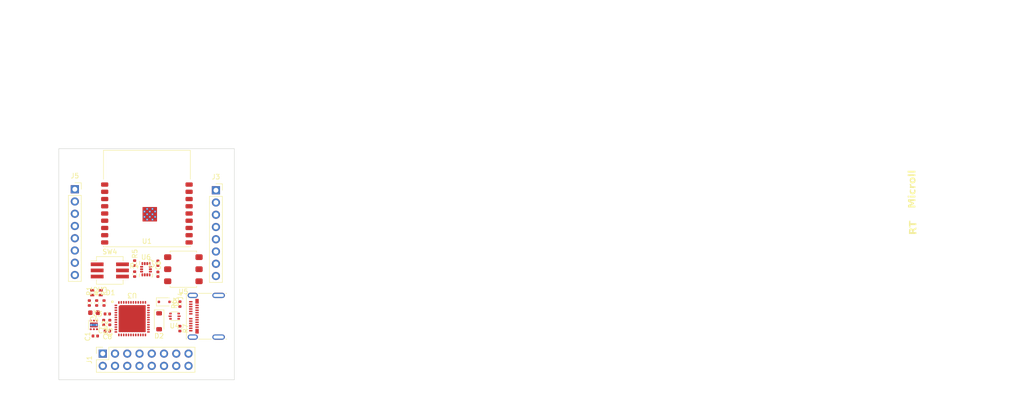
<source format=kicad_pcb>
(kicad_pcb (version 20240108) (generator "pcbnew") (generator_version "8.0")
  (layers (0 "F.Cu" signal) (31 "B.Cu" signal) (34 "B.Paste" user) (35 "F.Paste" user) (36 "B.SilkS" user "B.Silkscreen") (37 "F.SilkS" user "F.Silkscreen") (38 "B.Mask" user) (39 "F.Mask" user) (44 "Edge.Cuts" user))
  (net 0 "")
  (net 1 "GND")
  (net 2 "+5V")
  (net 3 "/D-")
  (net 4 "/D+")
  (net 5 "SDA")
  (net 6 "SCL")
  (net 7 "+3.3V")
  (net 8 "/RESET")
  (net 9 "Net-(D1-RK)")
  (net 10 "Net-(D1-GK)")
  (net 11 "Net-(D1-BK)")
  (net 12 "/5V_bus")
  (net 16 "/GPIO1")
  (net 17 "/GPIO2")
  (net 18 "Net-(J4-CC1)")
  (net 19 "/GPIO3")
  (net 20 "/Tx")
  (net 21 "/Rx")
  (net 22 "ESP32_USB-")
  (net 23 "ESP32_USB+")
  (net 24 "/GPIO7")
  (net 25 "/GPIO8")
  (net 26 "/GPIO0")
  (net 27 "/PB5")
  (net 28 "/Red")
  (net 29 "/ADC1_IN0")
  (net 30 "/ADC1_IN1")
  (net 31 "/PB4")
  (net 32 "/PB3")
  (net 33 "/DAC1_OUT1")
  (net 34 "SPI_SCK")
  (net 35 "SPI_MISO")
  (net 36 "SPI_MOSI")
  (net 37 "/PD3")
  (net 38 "/PA8")
  (net 39 "Net-(J4-CC2)")
  (net 40 "/GPIO6")
  (net 42 "/PB15")
  (net 43 "/PB14")
  (net 44 "/PB13")
  (net 46 "USART_TX")
  (net 48 "USART_RX")
  (net 49 "STM32_USB-")
  (net 50 "STM32_USB+")
  (net 52 "CAN_RX")
  (net 53 "CAN_TX")
  (net 61 "/USB-")
  (net 62 "/USB+")
  (net 67 "/Green")
  (net 68 "/Blue")
  (net 71 "/PA2")
  (net 72 "/PA3")
  (net 73 "/PB1")
  (net 74 "/PB0")
  (net 83 "/GPIO9")
  (net 85 "/BOOT")
  (net 89 "/EN")
  (footprint "Resistor_SMD:R_0402_1005Metric" (layer "F.Cu") (at 113.529 81.81 -90)
    (property "Reference" "R7" (at 0 -1.17 90) (layer "F.SilkS"))
    (property "Value" "5.1k")
    (fp_line (start -0.153641 0.38) (end 0.153641 0.38) (stroke (width 0.12)) (layer "F.SilkS"))
    (fp_line (start -0.153641 -0.38) (end 0.153641 -0.38) (stroke (width 0.12)) (layer "F.SilkS"))
    (pad "1" smd roundrect (at -0.51 0 270) (size 0.54 0.64) (layers "F.Cu" "F.Paste" "F.Mask") (net 18 "Net-(J4-CC1)"))
    (pad "2" smd roundrect (at 0.51 0 270) (size 0.54 0.64) (layers "F.Cu" "F.Paste" "F.Mask") (net 1 "GND"))
  )
  (footprint "Diode_SMD:D_SOD-123" (layer "F.Cu") (at 109.22 80.296 -90)
    (property "Reference" "D2" (at 3.048 0 180) (layer "F.SilkS"))
    (property "Value" "PMEG6020AELR")
    (fp_line (start -2.36 1) (end 1.65 1) (stroke (width 0.12)) (layer "F.SilkS"))
    (fp_line (start -2.36 -1) (end -2.36 1) (stroke (width 0.12)) (layer "F.SilkS"))
    (fp_line (start -2.36 -1) (end 1.65 -1) (stroke (width 0.12)) (layer "F.SilkS"))
    (pad "1" smd roundrect (at -1.65 0 270) (size 0.9 1.2) (layers "F.Cu" "F.Paste" "F.Mask") (net 2 "+5V"))
    (pad "2" smd roundrect (at 1.65 0 270) (size 0.9 1.2) (layers "F.Cu" "F.Paste" "F.Mask") (net 12 "/5V_bus"))
  )
  (footprint "ESP32:ESP32-C3-WROOM-02-N4" (layer "F.Cu") (at 106.688 57.95)
    (property "Reference" "U1" (at 0 5.75 0) (layer "F.SilkS"))
    (property "Value" "ESP32-C3-WROOM-02-N4")
    (fp_line (start -9 -13.1) (end 9 -13.1) (stroke (width 0.12)) (layer "F.SilkS"))
    (fp_line (start -9 -7.1) (end -9 -13.1) (stroke (width 0.12)) (layer "F.SilkS"))
    (fp_line (start -9 6.9) (end -9 6.7) (stroke (width 0.12)) (layer "F.SilkS"))
    (fp_line (start 9 -13.1) (end 9 -7.1) (stroke (width 0.12)) (layer "F.SilkS"))
    (fp_line (start 9 6.9) (end -9 6.9) (stroke (width 0.12)) (layer "F.SilkS"))
    (fp_line (start 9 6.9) (end 9 6.7) (stroke (width 0.12)) (layer "F.SilkS"))
    (pad "1" smd roundrect (at -8.75 -6) (size 1.5 0.9) (layers "F.Cu" "F.Paste" "F.Mask") (net 7 "+3.3V"))
    (pad "2" smd roundrect (at -8.75 -4.5) (size 1.5 0.9) (layers "F.Cu" "F.Paste" "F.Mask") (net 89 "/EN"))
    (pad "3" smd roundrect (at -8.75 -3) (size 1.5 0.9) (layers "F.Cu" "F.Paste" "F.Mask") (net 5 "SDA"))
    (pad "4" smd roundrect (at -8.75 -1.5) (size 1.5 0.9) (layers "F.Cu" "F.Paste" "F.Mask") (net 6 "SCL"))
    (pad "5" smd roundrect (at -8.75 0) (size 1.5 0.9) (layers "F.Cu" "F.Paste" "F.Mask") (net 40 "/GPIO6"))
    (pad "6" smd roundrect (at -8.75 1.5) (size 1.5 0.9) (layers "F.Cu" "F.Paste" "F.Mask") (net 24 "/GPIO7"))
    (pad "7" smd roundrect (at -8.75 3) (size 1.5 0.9) (layers "F.Cu" "F.Paste" "F.Mask") (net 25 "/GPIO8"))
    (pad "8" smd roundrect (at -8.75 4.5) (size 1.5 0.9) (layers "F.Cu" "F.Paste" "F.Mask") (net 83 "/GPIO9"))
    (pad "9" smd roundrect (at -8.75 6) (size 1.5 0.9) (layers "F.Cu" "F.Paste" "F.Mask") (net 1 "GND"))
    (pad "10" smd roundrect (at 8.75 6) (size 1.5 0.9) (layers "F.Cu" "F.Paste" "F.Mask") (net 68 "/Blue"))
    (pad "11" smd roundrect (at 8.75 4.5) (size 1.5 0.9) (layers "F.Cu" "F.Paste" "F.Mask") (net 21 "/Rx"))
    (pad "12" smd roundrect (at 8.75 3) (size 1.5 0.9) (layers "F.Cu" "F.Paste" "F.Mask") (net 20 "/Tx"))
    (pad "13" smd roundrect (at 8.75 1.5) (size 1.5 0.9) (layers "F.Cu" "F.Paste" "F.Mask") (net 22 "ESP32_USB-"))
    (pad "14" smd roundrect (at 8.75 0) (size 1.5 0.9) (layers "F.Cu" "F.Paste" "F.Mask") (net 23 "ESP32_USB+"))
    (pad "15" smd roundrect (at 8.75 -1.5) (size 1.5 0.9) (layers "F.Cu" "F.Paste" "F.Mask") (net 19 "/GPIO3"))
    (pad "16" smd roundrect (at 8.75 -3) (size 1.5 0.9) (layers "F.Cu" "F.Paste" "F.Mask") (net 17 "/GPIO2"))
    (pad "17" smd roundrect (at 8.75 -4.5) (size 1.5 0.9) (layers "F.Cu" "F.Paste" "F.Mask") (net 16 "/GPIO1"))
    (pad "18" smd roundrect (at 8.75 -6) (size 1.5 0.9) (layers "F.Cu" "F.Paste" "F.Mask") (net 26 "/GPIO0"))
    (pad "TP" smd roundrect (at -0.5 -0.95) (size 0.7 0.7) (layers "F.Cu" "F.Paste" "F.Mask") (net 1 "GND"))
    (pad "TP" thru_hole circle (at -0.5 -0.4) (size 0.475 0.475) (drill 0.2) (layers "*.Cu" "F.Mask") (net 1 "GND"))
    (pad "TP" smd roundrect (at -0.5 0.15) (size 0.7 0.7) (layers "F.Cu" "F.Paste" "F.Mask") (net 1 "GND"))
    (pad "TP" thru_hole circle (at -0.5 0.7) (size 0.475 0.475) (drill 0.2) (layers "*.Cu" "F.Mask") (net 1 "GND"))
    (pad "TP" smd roundrect (at -0.5 1.25) (size 0.7 0.7) (layers "F.Cu" "F.Paste" "F.Mask") (net 1 "GND"))
    (pad "TP" thru_hole circle (at 0.05 -0.95) (size 0.475 0.475) (drill 0.2) (layers "*.Cu" "F.Mask") (net 1 "GND"))
    (pad "TP" thru_hole circle (at 0.05 0.15) (size 0.475 0.475) (drill 0.2) (layers "*.Cu" "F.Mask") (net 1 "GND"))
    (pad "TP" thru_hole circle (at 0.05 1.25) (size 0.475 0.475) (drill 0.2) (layers "*.Cu" "F.Mask") (net 1 "GND"))
    (pad "TP" smd roundrect (at 0.6 -0.95) (size 0.7 0.7) (layers "F.Cu" "F.Paste" "F.Mask") (net 1 "GND"))
    (pad "TP" thru_hole circle (at 0.6 -0.4) (size 0.475 0.475) (drill 0.2) (layers "*.Cu" "F.Mask") (net 1 "GND"))
    (pad "TP" smd roundrect (at 0.6 0.15) (size 0.7 0.7) (layers "F.Cu" "F.Paste" "F.Mask") (net 1 "GND"))
    (pad "TP" smd rect (at 0.6 0.15) (size 3 3) (layers "F.Cu" "F.Mask") (net 1 "GND"))
    (pad "TP" thru_hole circle (at 0.6 0.7) (size 0.475 0.475) (drill 0.2) (layers "*.Cu" "F.Mask") (net 1 "GND"))
    (pad "TP" smd roundrect (at 0.6 1.25) (size 0.7 0.7) (layers "F.Cu" "F.Paste" "F.Mask") (net 1 "GND"))
    (pad "TP" thru_hole circle (at 1.15 -0.95) (size 0.475 0.475) (drill 0.2) (layers "*.Cu" "F.Mask") (net 1 "GND"))
    (pad "TP" thru_hole circle (at 1.15 0.15) (size 0.475 0.475) (drill 0.2) (layers "*.Cu" "F.Mask") (net 1 "GND"))
    (pad "TP" thru_hole circle (at 1.15 1.25) (size 0.475 0.475) (drill 0.2) (layers "*.Cu" "F.Mask") (net 1 "GND"))
    (pad "TP" smd roundrect (at 1.7 -0.95) (size 0.7 0.7) (layers "F.Cu" "F.Paste" "F.Mask") (net 1 "GND"))
    (pad "TP" thru_hole circle (at 1.7 -0.4) (size 0.475 0.475) (drill 0.2) (layers "*.Cu" "F.Mask") (net 1 "GND"))
    (pad "TP" smd roundrect (at 1.7 0.15) (size 0.7 0.7) (layers "F.Cu" "F.Paste" "F.Mask") (net 1 "GND"))
    (pad "TP" thru_hole circle (at 1.7 0.7) (size 0.475 0.475) (drill 0.2) (layers "*.Cu" "F.Mask") (net 1 "GND"))
    (pad "TP" smd roundrect (at 1.7 1.25) (size 0.7 0.7) (layers "F.Cu" "F.Paste" "F.Mask") (net 1 "GND"))
  )
  (footprint "Capacitor_SMD:C_0603_1608Metric" (layer "F.Cu") (at 95.736 78.517 180)
    (property "Reference" "C4" (at 0 -1.43 0) (layer "F.SilkS"))
    (property "Value" "4.7uF")
    (fp_line (start -0.14058 0.51) (end 0.14058 0.51) (stroke (width 0.12)) (layer "F.SilkS"))
    (fp_line (start -0.14058 -0.51) (end 0.14058 -0.51) (stroke (width 0.12)) (layer "F.SilkS"))
    (pad "1" smd roundrect (at -0.775 0 180) (size 0.9 0.95) (layers "F.Cu" "F.Paste" "F.Mask") (net 7 "+3.3V"))
    (pad "2" smd roundrect (at 0.775 0 180) (size 0.9 0.95) (layers "F.Cu" "F.Paste" "F.Mask") (net 1 "GND"))
  )
  (footprint "Resistor_SMD:R_0402_1005Metric" (layer "F.Cu") (at 97.798 76.51 -90)
    (property "Reference" "R3" (at -2.49 0 90) (layer "F.SilkS"))
    (property "Value" "10k")
    (fp_line (start -0.153641 0.38) (end 0.153641 0.38) (stroke (width 0.12)) (layer "F.SilkS"))
    (fp_line (start -0.153641 -0.38) (end 0.153641 -0.38) (stroke (width 0.12)) (layer "F.SilkS"))
    (pad "1" smd roundrect (at -0.51 0 270) (size 0.54 0.64) (layers "F.Cu" "F.Paste" "F.Mask") (net 11 "Net-(D1-BK)"))
    (pad "2" smd roundrect (at 0.51 0 270) (size 0.54 0.64) (layers "F.Cu" "F.Paste" "F.Mask") (net 68 "/Blue"))
  )
  (footprint "Capacitor_SMD:C_0402_1005Metric" (layer "F.Cu") (at 95.99 83.343 180)
    (property "Reference" "C1" (at 1.58 -0.1 90) (layer "F.SilkS"))
    (property "Value" "1uF")
    (fp_line (start -0.107836 0.36) (end 0.107836 0.36) (stroke (width 0.12)) (layer "F.SilkS"))
    (fp_line (start -0.107836 -0.36) (end 0.107836 -0.36) (stroke (width 0.12)) (layer "F.SilkS"))
    (pad "1" smd roundrect (at -0.48 0 180) (size 0.56 0.62) (layers "F.Cu" "F.Paste" "F.Mask") (net 2 "+5V"))
    (pad "2" smd roundrect (at 0.48 0 180) (size 0.56 0.62) (layers "F.Cu" "F.Paste" "F.Mask") (net 1 "GND"))
  )
  (footprint "Connector_PinSocket_2.54mm:PinSocket_1x08_P2.54mm_Vertical" (layer "F.Cu") (at 121 53.13)
    (property "Reference" "J3" (at 0 -2.77 0) (layer "F.SilkS"))
    (property "Value" "Conn_01x08")
    (fp_line (start -1.33 1.27) (end -1.33 19.11) (stroke (width 0.12)) (layer "F.SilkS"))
    (fp_line (start -1.33 1.27) (end 1.33 1.27) (stroke (width 0.12)) (layer "F.SilkS"))
    (fp_line (start -1.33 19.11) (end 1.33 19.11) (stroke (width 0.12)) (layer "F.SilkS"))
    (fp_line (start 0 -1.33) (end 1.33 -1.33) (stroke (width 0.12)) (layer "F.SilkS"))
    (fp_line (start 1.33 -1.33) (end 1.33 0) (stroke (width 0.12)) (layer "F.SilkS"))
    (fp_line (start 1.33 1.27) (end 1.33 19.11) (stroke (width 0.12)) (layer "F.SilkS"))
    (pad "1" thru_hole rect (at 0 0) (size 1.7 1.7) (drill 1) (layers "*.Cu" "*.Mask") (net 26 "/GPIO0"))
    (pad "2" thru_hole oval (at 0 2.54) (size 1.7 1.7) (drill 1) (layers "*.Cu" "*.Mask") (net 16 "/GPIO1"))
    (pad "3" thru_hole oval (at 0 5.08) (size 1.7 1.7) (drill 1) (layers "*.Cu" "*.Mask") (net 17 "/GPIO2"))
    (pad "4" thru_hole oval (at 0 7.62) (size 1.7 1.7) (drill 1) (layers "*.Cu" "*.Mask") (net 19 "/GPIO3"))
    (pad "5" thru_hole oval (at 0 10.16) (size 1.7 1.7) (drill 1) (layers "*.Cu" "*.Mask") (net 20 "/Tx"))
    (pad "6" thru_hole oval (at 0 12.7) (size 1.7 1.7) (drill 1) (layers "*.Cu" "*.Mask") (net 21 "/Rx"))
    (pad "7" thru_hole oval (at 0 15.24) (size 1.7 1.7) (drill 1) (layers "*.Cu" "*.Mask") (net 53 "CAN_TX"))
    (pad "8" thru_hole oval (at 0 17.78) (size 1.7 1.7) (drill 1) (layers "*.Cu" "*.Mask") (net 52 "CAN_RX"))
  )
  (footprint "Resistor_SMD:R_0402_1005Metric" (layer "F.Cu") (at 96.274 76.51 -90)
    (property "Reference" "R2" (at -2.49 0 90) (layer "F.SilkS"))
    (property "Value" "10k")
    (fp_line (start -0.153641 0.38) (end 0.153641 0.38) (stroke (width 0.12)) (layer "F.SilkS"))
    (fp_line (start -0.153641 -0.38) (end 0.153641 -0.38) (stroke (width 0.12)) (layer "F.SilkS"))
    (pad "1" smd roundrect (at -0.51 0 270) (size 0.54 0.64) (layers "F.Cu" "F.Paste" "F.Mask") (net 10 "Net-(D1-GK)"))
    (pad "2" smd roundrect (at 0.51 0 270) (size 0.54 0.64) (layers "F.Cu" "F.Paste" "F.Mask") (net 67 "/Green"))
  )
  (footprint "Connector_PinSocket_2.54mm:PinSocket_2x08_P2.54mm_Vertical" (layer "F.Cu") (at 97.536 87 90)
    (property "Reference" "J1" (at -1.27 -2.77 90) (layer "F.SilkS"))
    (property "Value" "Conn_02x08_Top_Bottom")
    (fp_line (start 1.33 -1.33) (end 1.33 0) (stroke (width 0.12)) (layer "F.SilkS"))
    (fp_line (start 0 -1.33) (end 1.33 -1.33) (stroke (width 0.12)) (layer "F.SilkS"))
    (fp_line (start -1.27 -1.33) (end -1.27 1.27) (stroke (width 0.12)) (layer "F.SilkS"))
    (fp_line (start -3.87 -1.33) (end -1.27 -1.33) (stroke (width 0.12)) (layer "F.SilkS"))
    (fp_line (start -3.87 -1.33) (end -3.87 19.11) (stroke (width 0.12)) (layer "F.SilkS"))
    (fp_line (start 1.33 1.27) (end 1.33 19.11) (stroke (width 0.12)) (layer "F.SilkS"))
    (fp_line (start -1.27 1.27) (end 1.33 1.27) (stroke (width 0.12)) (layer "F.SilkS"))
    (fp_line (start -3.87 19.11) (end 1.33 19.11) (stroke (width 0.12)) (layer "F.SilkS"))
    (pad "1" thru_hole rect (at 0 0 90) (size 1.7 1.7) (drill 1) (layers "*.Cu" "*.Mask") (net 29 "/ADC1_IN0"))
    (pad "2" thru_hole oval (at -2.54 0 90) (size 1.7 1.7) (drill 1) (layers "*.Cu" "*.Mask") (net 30 "/ADC1_IN1"))
    (pad "3" thru_hole oval (at 0 2.54 90) (size 1.7 1.7) (drill 1) (layers "*.Cu" "*.Mask") (net 71 "/PA2"))
    (pad "4" thru_hole oval (at -2.54 2.54 90) (size 1.7 1.7) (drill 1) (layers "*.Cu" "*.Mask") (net 72 "/PA3"))
    (pad "5" thru_hole oval (at 0 5.08 90) (size 1.7 1.7) (drill 1) (layers "*.Cu" "*.Mask") (net 33 "/DAC1_OUT1"))
    (pad "6" thru_hole oval (at -2.54 5.08 90) (size 1.7 1.7) (drill 1) (layers "*.Cu" "*.Mask") (net 34 "SPI_SCK"))
    (pad "7" thru_hole oval (at 0 7.62 90) (size 1.7 1.7) (drill 1) (layers "*.Cu" "*.Mask") (net 35 "SPI_MISO"))
    (pad "8" thru_hole oval (at -2.54 7.62 90) (size 1.7 1.7) (drill 1) (layers "*.Cu" "*.Mask") (net 36 "SPI_MOSI"))
    (pad "9" thru_hole oval (at 0 10.16 90) (size 1.7 1.7) (drill 1) (layers "*.Cu" "*.Mask") (net 73 "/PB1"))
    (pad "10" thru_hole oval (at -2.54 10.16 90) (size 1.7 1.7) (drill 1) (layers "*.Cu" "*.Mask") (net 74 "/PB0"))
    (pad "11" thru_hole oval (at 0 12.7 90) (size 1.7 1.7) (drill 1) (layers "*.Cu" "*.Mask") (net 43 "/PB14"))
    (pad "12" thru_hole oval (at -2.54 12.7 90) (size 1.7 1.7) (drill 1) (layers "*.Cu" "*.Mask") (net 44 "/PB13"))
    (pad "13" thru_hole oval (at 0 15.24 90) (size 1.7 1.7) (drill 1) (layers "*.Cu" "*.Mask") (net 38 "/PA8"))
    (pad "14" thru_hole oval (at -2.54 15.24 90) (size 1.7 1.7) (drill 1) (layers "*.Cu" "*.Mask") (net 42 "/PB15"))
    (pad "15" thru_hole oval (at 0 17.78 90) (size 1.7 1.7) (drill 1) (layers "*.Cu" "*.Mask") (net 48 "USART_RX"))
    (pad "16" thru_hole oval (at -2.54 17.78 90) (size 1.7 1.7) (drill 1) (layers "*.Cu" "*.Mask") (net 46 "USART_TX"))
  )
  (footprint "MountingHole:MountingHole_2.2mm_M2" (layer "F.Cu") (at 91.5 48.25)
    (property "Reference" "H1" (hide yes))
    (property "Value" "MountingHole")
    (pad "" np_thru_hole circle (at 0 0) (size 2.2 2.2) (drill 2.2) (layers "*.Cu" "*.Mask"))
  )
  (footprint "Button_Switch_SMD:SW_DIP_SPSTx03_Slide_KingTek_DSHP03TJ_W5.25mm_P1.27mm_JPin" (layer "F.Cu") (at 99 69.75)
    (property "Reference" "SW4" (at 0 -3.865 0) (layer "F.SilkS"))
    (property "Value" "SW_DIP_x03")
    (fp_line (start -3.951 -1.95) (end -2.761 -1.95) (stroke (width 0.12)) (layer "F.SilkS"))
    (fp_line (start -2.761 -2.865) (end -2.761 -1.95) (stroke (width 0.12)) (layer "F.SilkS"))
    (fp_line (start -2.761 -2.865) (end 2.76 -2.865) (stroke (width 0.12)) (layer "F.SilkS"))
    (fp_line (start -2.761 1.89) (end -2.761 2.866) (stroke (width 0.12)) (layer "F.SilkS"))
    (fp_line (start -2.761 2.866) (end 2.76 2.866) (stroke (width 0.12)) (layer "F.SilkS"))
    (fp_line (start 2.76 -2.865) (end 2.76 -1.89) (stroke (width 0.12)) (layer "F.SilkS"))
    (fp_line (start 2.76 1.89) (end 2.76 2.866) (stroke (width 0.12)) (layer "F.SilkS"))
    (pad "1" smd rect (at -2.625 -1.27) (size 2.65 0.76) (layers "F.Cu" "F.Paste" "F.Mask") (net 89 "/EN"))
    (pad "2" smd rect (at -2.625 0) (size 2.65 0.76) (layers "F.Cu" "F.Paste" "F.Mask") (net 1 "GND"))
    (pad "3" smd rect (at -2.625 1.27) (size 2.65 0.76) (layers "F.Cu" "F.Paste" "F.Mask") (net 8 "/RESET"))
    (pad "4" smd rect (at 2.625 1.27) (size 2.65 0.76) (layers "F.Cu" "F.Paste" "F.Mask") (net 1 "GND"))
    (pad "5" smd rect (at 2.625 0) (size 2.65 0.76) (layers "F.Cu" "F.Paste" "F.Mask") (net 85 "/BOOT"))
    (pad "6" smd rect (at 2.625 -1.27) (size 2.65 0.76) (layers "F.Cu" "F.Paste" "F.Mask") (net 7 "+3.3V"))
  )
  (footprint "MountingHole:MountingHole_2.2mm_M2" (layer "F.Cu") (at 91.44 88.25)
    (property "Reference" "H4" (hide yes))
    (property "Value" "MountingHole")
    (pad "" np_thru_hole circle (at 0 0) (size 2.2 2.2) (drill 2.2) (layers "*.Cu" "*.Mask"))
  )
  (footprint "Connector_USB:USB_C_Receptacle_Molex_105450-0101" (layer "F.Cu") (at 119 79.25 90)
    (property "Reference" "J4" (at 4.25 -5.315 90) (layer "F.SilkS"))
    (property "Value" "USB_C_Receptacle")
    (fp_line (start -3.125 -4.275) (end -2.9 -4.275) (stroke (width 0.12)) (layer "F.SilkS"))
    (fp_line (start -4.75 -4.125) (end 4.75 -4.125) (stroke (width 0.12)) (layer "F.SilkS"))
    (fp_line (start -4.75 -1.625) (end -4.75 1.075) (stroke (width 0.12)) (layer "F.SilkS"))
    (fp_line (start 4.75 1.125) (end 4.75 -1.6) (stroke (width 0.12)) (layer "F.SilkS"))
    (fp_line (start 4.75 4.225) (end 4.75 4) (stroke (width 0.12)) (layer "F.SilkS"))
    (fp_line (start -4.75 4.235) (end -4.75 4.025) (stroke (width 0.12)) (layer "F.SilkS"))
    (pad "A1" smd rect (at -3 -3.215 90) (size 0.3 0.7) (layers "F.Cu" "F.Paste" "F.Mask") (net 1 "GND"))
    (pad "A2" smd rect (at -2.5 -3.215 90) (size 0.3 0.7) (layers "F.Cu" "F.Paste" "F.Mask"))
    (pad "A3" smd rect (at -2 -3.215 90) (size 0.3 0.7) (layers "F.Cu" "F.Paste" "F.Mask"))
    (pad "A4" smd rect (at -1.5 -3.215 90) (size 0.3 0.7) (layers "F.Cu" "F.Paste" "F.Mask") (net 12 "/5V_bus"))
    (pad "A5" smd rect (at -1 -3.215 90) (size 0.3 0.7) (layers "F.Cu" "F.Paste" "F.Mask") (net 18 "Net-(J4-CC1)"))
    (pad "A6" smd rect (at -0.5 -3.215 90) (size 0.3 0.7) (layers "F.Cu" "F.Paste" "F.Mask") (net 4 "/D+"))
    (pad "A7" smd rect (at 0.5 -3.215 90) (size 0.3 0.7) (layers "F.Cu" "F.Paste" "F.Mask") (net 3 "/D-"))
    (pad "A8" smd rect (at 1 -3.215 90) (size 0.3 0.7) (layers "F.Cu" "F.Paste" "F.Mask"))
    (pad "A9" smd rect (at 1.5 -3.215 90) (size 0.3 0.7) (layers "F.Cu" "F.Paste" "F.Mask") (net 12 "/5V_bus"))
    (pad "A10" smd rect (at 2 -3.215 90) (size 0.3 0.7) (layers "F.Cu" "F.Paste" "F.Mask"))
    (pad "A11" smd rect (at 2.5 -3.215 90) (size 0.3 0.7) (layers "F.Cu" "F.Paste" "F.Mask"))
    (pad "A12" smd rect (at 3 -3.215 90) (size 0.3 0.7) (layers "F.Cu" "F.Paste" "F.Mask") (net 1 "GND"))
    (pad "B1" smd rect (at 3.1 -1.915 90) (size 1 0.7) (layers "F.Cu" "F.Paste" "F.Mask") (net 1 "GND"))
    (pad "B2" smd rect (at 2.25 -1.915 90) (size 0.3 0.7) (layers "F.Cu" "F.Paste" "F.Mask"))
    (pad "B3" smd rect (at 1.75 -1.915 90) (size 0.3 0.7) (layers "F.Cu" "F.Paste" "F.Mask"))
    (pad "B4" smd rect (at 1.25 -1.915 90) (size 0.3 0.7) (layers "F.Cu" "F.Paste" "F.Mask") (net 12 "/5V_bus"))
    (pad "B5" smd rect (at 0.75 -1.915 90) (size 0.3 0.7) (layers "F.Cu" "F.Paste" "F.Mask") (net 39 "Net-(J4-CC2)"))
    (pad "B6" smd rect (at 0.25 -1.915 90) (size 0.3 0.7) (layers "F.Cu" "F.Paste" "F.Mask") (net 4 "/D+"))
    (pad "B7" smd rect (at -0.25 -1.915 90) (size 0.3 0.7) (layers "F.Cu" "F.Paste" "F.Mask") (net 3 "/D-"))
    (pad "B8" smd rect (at -0.75 -1.915 90) (size 0.3 0.7) (layers "F.Cu" "F.Paste" "F.Mask"))
    (pad "B9" smd rect (at -1.25 -1.915 90) (size 0.3 0.7) (layers "F.Cu" "F.Paste" "F.Mask") (net 12 "/5V_bus"))
    (pad "B10" smd rect (at -1.75 -1.915 90) (size 0.3 0.7) (layers "F.Cu" "F.Paste" "F.Mask"))
    (pad "B11" smd rect (at -2.25 -1.915 90) (size 0.3 0.7) (layers "F.Cu" "F.Paste" "F.Mask"))
    (pad "B12" smd rect (at -3.1 -1.915 90) (size 1 0.7) (layers "F.Cu" "F.Paste" "F.Mask") (net 1 "GND"))
    (pad "S1" thru_hole oval (at -4.32 -2.805 90) (size 1.1 2.1) (drill oval 0.6 1.6) (layers "*.Cu" "*.Mask"))
    (pad "S1" thru_hole oval (at -4.32 2.555 90) (size 1.1 2.6) (drill oval 0.6 2.1) (layers "*.Cu" "*.Mask"))
    (pad "S1" thru_hole oval (at 4.32 -2.805 90) (size 1.1 2.1) (drill oval 0.6 1.6) (layers "*.Cu" "*.Mask"))
    (pad "S1" thru_hole oval (at 4.32 2.555 90) (size 1.1 2.6) (drill oval 0.6 2.1) (layers "*.Cu" "*.Mask"))
  )
  (footprint "Resistor_SMD:R_0402_1005Metric" (layer "F.Cu") (at 113.529 76.73 90)
    (property "Reference" "R6" (at 0 -1.17 90) (layer "F.SilkS"))
    (property "Value" "5.1k")
    (fp_line (start -0.153641 -0.38) (end 0.153641 -0.38) (stroke (width 0.12)) (layer "F.SilkS"))
    (fp_line (start -0.153641 0.38) (end 0.153641 0.38) (stroke (width 0.12)) (layer "F.SilkS"))
    (pad "1" smd roundrect (at -0.51 0 90) (size 0.54 0.64) (layers "F.Cu" "F.Paste" "F.Mask") (net 39 "Net-(J4-CC2)"))
    (pad "2" smd roundrect (at 0.51 0 90) (size 0.54 0.64) (layers "F.Cu" "F.Paste" "F.Mask") (net 1 "GND"))
  )
  (footprint "Capacitor_SMD:C_0402_1005Metric" (layer "F.Cu") (at 98.488 82.327 180)
    (property "Reference" "C8" (at 0 -1.16 0) (layer "F.SilkS"))
    (property "Value" "100nF")
    (fp_line (start -0.107836 0.36) (end 0.107836 0.36) (stroke (width 0.12)) (layer "F.SilkS"))
    (fp_line (start -0.107836 -0.36) (end 0.107836 -0.36) (stroke (width 0.12)) (layer "F.SilkS"))
    (pad "1" smd roundrect (at -0.48 0 180) (size 0.56 0.62) (layers "F.Cu" "F.Paste" "F.Mask") (net 8 "/RESET"))
    (pad "2" smd roundrect (at 0.48 0 180) (size 0.56 0.62) (layers "F.Cu" "F.Paste" "F.Mask") (net 1 "GND"))
  )
  (footprint "Capacitor_SMD:C_0402_1005Metric" (layer "F.Cu") (at 108.97 70.546 90)
    (property "Reference" "C6" (at 1.82 0.1 -90) (layer "F.SilkS"))
    (property "Value" "100nF")
    (fp_line (start -0.107836 -0.36) (end 0.107836 -0.36) (stroke (width 0.12)) (layer "F.SilkS"))
    (fp_line (start -0.107836 0.36) (end 0.107836 0.36) (stroke (width 0.12)) (layer "F.SilkS"))
    (pad "1" smd roundrect (at -0.48 0 90) (size 0.56 0.62) (layers "F.Cu" "F.Paste" "F.Mask") (net 7 "+3.3V"))
    (pad "2" smd roundrect (at 0.48 0 90) (size 0.56 0.62) (layers "F.Cu" "F.Paste" "F.Mask") (net 1 "GND"))
  )
  (footprint "Capacitor_SMD:C_0402_1005Metric" (layer "F.Cu") (at 98.996 80.549 -90)
    (property "Reference" "C5" (at 2 0 90) (layer "F.SilkS"))
    (property "Value" "100nF")
    (fp_line (start -0.107836 0.36) (end 0.107836 0.36) (stroke (width 0.12)) (layer "F.SilkS"))
    (fp_line (start -0.107836 -0.36) (end 0.107836 -0.36) (stroke (width 0.12)) (layer "F.SilkS"))
    (pad "1" smd roundrect (at -0.48 0 270) (size 0.56 0.62) (layers "F.Cu" "F.Paste" "F.Mask") (net 7 "+3.3V"))
    (pad "2" smd roundrect (at 0.48 0 270) (size 0.56 0.62) (layers "F.Cu" "F.Paste" "F.Mask") (net 1 "GND"))
  )
  (footprint "Capacitor_SMD:C_0402_1005Metric" (layer "F.Cu") (at 97.726 80.549 -90)
    (property "Reference" "C2" (at 1.7 0.2 0) (layer "F.SilkS"))
    (property "Value" "1uF")
    (fp_line (start -0.107836 0.36) (end 0.107836 0.36) (stroke (width 0.12)) (layer "F.SilkS"))
    (fp_line (start -0.107836 -0.36) (end 0.107836 -0.36) (stroke (width 0.12)) (layer "F.SilkS"))
    (pad "1" smd roundrect (at -0.48 0 270) (size 0.56 0.62) (layers "F.Cu" "F.Paste" "F.Mask") (net 7 "+3.3V"))
    (pad "2" smd roundrect (at 0.48 0 270) (size 0.56 0.62) (layers "F.Cu" "F.Paste" "F.Mask") (net 1 "GND"))
  )
  (footprint "Capacitor_SMD:C_0402_1005Metric" (layer "F.Cu") (at 98.488 78.771 180)
    (property "Reference" "C3" (at 2.02 0 0) (layer "F.SilkS"))
    (property "Value" "100nF")
    (fp_line (start -0.107836 0.36) (end 0.107836 0.36) (stroke (width 0.12)) (layer "F.SilkS"))
    (fp_line (start -0.107836 -0.36) (end 0.107836 -0.36) (stroke (width 0.12)) (layer "F.SilkS"))
    (pad "1" smd roundrect (at -0.48 0 180) (size 0.56 0.62) (layers "F.Cu" "F.Paste" "F.Mask") (net 7 "+3.3V"))
    (pad "2" smd roundrect (at 0.48 0 180) (size 0.56 0.62) (layers "F.Cu" "F.Paste" "F.Mask") (net 1 "GND"))
  )
  (footprint "Connector_PinSocket_2.54mm:PinSocket_1x08_P2.54mm_Vertical" (layer "F.Cu") (at 91.75 52.92)
    (property "Reference" "J5" (at 0 -2.77 0) (layer "F.SilkS"))
    (property "Value" "Conn_01x08")
    (fp_line (start -1.33 1.27) (end -1.33 19.11) (stroke (width 0.12)) (layer "F.SilkS"))
    (fp_line (start -1.33 1.27) (end 1.33 1.27) (stroke (width 0.12)) (layer "F.SilkS"))
    (fp_line (start -1.33 19.11) (end 1.33 19.11) (stroke (width 0.12)) (layer "F.SilkS"))
    (fp_line (start 0 -1.33) (end 1.33 -1.33) (stroke (width 0.12)) (layer "F.SilkS"))
    (fp_line (start 1.33 -1.33) (end 1.33 0) (stroke (width 0.12)) (layer "F.SilkS"))
    (fp_line (start 1.33 1.27) (end 1.33 19.11) (stroke (width 0.12)) (layer "F.SilkS"))
    (pad "1" thru_hole rect (at 0 0) (size 1.7 1.7) (drill 1) (layers "*.Cu" "*.Mask") (net 7 "+3.3V"))
    (pad "2" thru_hole oval (at 0 2.54) (size 1.7 1.7) (drill 1) (layers "*.Cu" "*.Mask") (net 1 "GND"))
    (pad "3" thru_hole oval (at 0 5.08) (size 1.7 1.7) (drill 1) (layers "*.Cu" "*.Mask") (net 5 "SDA"))
    (pad "4" thru_hole oval (at 0 7.62) (size 1.7 1.7) (drill 1) (layers "*.Cu" "*.Mask") (net 6 "SCL"))
    (pad "5" thru_hole oval (at 0 10.16) (size 1.7 1.7) (drill 1) (layers "*.Cu" "*.Mask") (net 40 "/GPIO6"))
    (pad "6" thru_hole oval (at 0 12.7) (size 1.7 1.7) (drill 1) (layers "*.Cu" "*.Mask") (net 24 "/GPIO7"))
    (pad "7" thru_hole oval (at 0 15.24) (size 1.7 1.7) (drill 1) (layers "*.Cu" "*.Mask") (net 25 "/GPIO8"))
    (pad "8" thru_hole oval (at 0 17.78) (size 1.7 1.7) (drill 1) (layers "*.Cu" "*.Mask") (net 83 "/GPIO9"))
  )
  (footprint "MountingHole:MountingHole_2.2mm_M2" (layer "F.Cu") (at 120.904 88.25)
    (property "Reference" "H2" (hide yes))
    (property "Value" "MountingHole")
    (pad "" np_thru_hole circle (at 0 0) (size 2.2 2.2) (drill 2.2) (layers "*.Cu" "*.Mask"))
  )
  (footprint "Package_SON:WSON-6-1EP_2x2mm_P0.65mm_EP1x1.6mm_ThermalVias" (layer "F.Cu") (at 95.694 81.057 -90)
    (property "Reference" "U2" (at 0.05 -2.2825 90) (layer "F.SilkS"))
    (property "Value" "TLV76733DRVx")
    (fp_line (start -1 1.11) (end 1 1.11) (stroke (width 0.12)) (layer "F.SilkS"))
    (fp_line (start 0 -1.11) (end 1 -1.11) (stroke (width 0.12)) (layer "F.SilkS"))
    (pad "1" smd roundrect (at -0.8875 -0.65 270) (size 0.375 0.4) (layers "F.Cu" "F.Paste" "F.Mask") (net 7 "+3.3V"))
    (pad "2" smd roundrect (at -0.8875 0 270) (size 0.375 0.4) (layers "F.Cu" "F.Paste" "F.Mask") (net 7 "+3.3V"))
    (pad "3" smd roundrect (at -0.8875 0.65 270) (size 0.375 0.4) (layers "F.Cu" "F.Paste" "F.Mask") (net 1 "GND"))
    (pad "4" smd roundrect (at 0.8875 0.65 270) (size 0.375 0.4) (layers "F.Cu" "F.Paste" "F.Mask") (net 2 "+5V"))
    (pad "5" smd roundrect (at 0.8875 0 270) (size 0.375 0.4) (layers "F.Cu" "F.Paste" "F.Mask") (net 1 "GND"))
    (pad "6" smd roundrect (at 0.8875 -0.65 270) (size 0.375 0.4) (layers "F.Cu" "F.Paste" "F.Mask") (net 2 "+5V"))
    (pad "7" thru_hole circle (at 0 -0.55 270) (size 0.5 0.5) (drill 0.2) (layers "*.Cu") (net 1 "GND"))
    (pad "7" smd rect (at 0 0 270) (size 0.5 1.6) (layers "B.Cu") (net 1 "GND"))
    (pad "7" smd rect (at 0 0 270) (size 1 1.6) (layers "F.Cu" "F.Mask") (net 1 "GND"))
    (pad "7" thru_hole circle (at 0 0.55 270) (size 0.5 0.5) (drill 0.2) (layers "*.Cu") (net 1 "GND"))
  )
  (footprint "Package_TO_SOT_SMD:SOT-666" (layer "F.Cu") (at 112.425 79.2405 180)
    (property "Reference" "U4" (at 0 -2 0) (layer "F.SilkS"))
    (property "Value" "USBLC6-2P6")
    (fp_line (start 0.8 -0.9) (end -1.1 -0.9) (stroke (width 0.12)) (layer "F.SilkS"))
    (fp_line (start -0.8 0.9) (end 0.8 0.9) (stroke (width 0.12)) (layer "F.SilkS"))
    (pad "1" smd rect (at -0.85 -0.5375 180) (size 0.5 0.375) (layers "F.Cu" "F.Paste" "F.Mask") (net 4 "/D+"))
    (pad "2" smd rect (at -0.925 0 180) (size 0.65 0.3) (layers "F.Cu" "F.Paste" "F.Mask") (net 1 "GND"))
    (pad "3" smd rect (at -0.85 0.5375 180) (size 0.5 0.375) (layers "F.Cu" "F.Paste" "F.Mask") (net 3 "/D-"))
    (pad "4" smd rect (at 0.85 0.5375 180) (size 0.5 0.375) (layers "F.Cu" "F.Paste" "F.Mask") (net 61 "/USB-"))
    (pad "5" smd rect (at 0.925 0 180) (size 0.65 0.3) (layers "F.Cu" "F.Paste" "F.Mask") (net 2 "+5V"))
    (pad "6" smd rect (at 0.85 -0.5375 180) (size 0.5 0.375) (layers "F.Cu" "F.Paste" "F.Mask") (net 62 "/USB+"))
  )
  (footprint "Resistor_SMD:R_0402_1005Metric" (layer "F.Cu") (at 104.144 70.518 90)
    (property "Reference" "R4" (at 1.65 -0.0625 0) (layer "F.SilkS"))
    (property "Value" "10k")
    (fp_line (start -0.153641 -0.38) (end 0.153641 -0.38) (stroke (width 0.12)) (layer "F.SilkS"))
    (fp_line (start -0.153641 0.38) (end 0.153641 0.38) (stroke (width 0.12)) (layer "F.SilkS"))
    (pad "1" smd roundrect (at -0.51 0 90) (size 0.54 0.64) (layers "F.Cu" "F.Paste" "F.Mask") (net 7 "+3.3V"))
    (pad "2" smd roundrect (at 0.51 0 90) (size 0.54 0.64) (layers "F.Cu" "F.Paste" "F.Mask") (net 5 "SDA"))
  )
  (footprint "Resistor_SMD:R_0402_1005Metric" (layer "F.Cu") (at 94.75 76.51 -90)
    (property "Reference" "R1" (at -2.49 0 90) (layer "F.SilkS"))
    (property "Value" "10k")
    (fp_line (start -0.153641 0.38) (end 0.153641 0.38) (stroke (width 0.12)) (layer "F.SilkS"))
    (fp_line (start -0.153641 -0.38) (end 0.153641 -0.38) (stroke (width 0.12)) (layer "F.SilkS"))
    (pad "1" smd roundrect (at -0.51 0 270) (size 0.54 0.64) (layers "F.Cu" "F.Paste" "F.Mask") (net 9 "Net-(D1-RK)"))
    (pad "2" smd roundrect (at 0.51 0 270) (size 0.54 0.64) (layers "F.Cu" "F.Paste" "F.Mask") (net 28 "/Red"))
  )
  (footprint "Diode_SMD:D_SOD-323F" (layer "F.Cu") (at 110.2725 76.2725)
    (property "Reference" "D3" (at 2.54 0 90) (layer "F.SilkS"))
    (property "Value" "UFZV15B")
    (fp_line (start -1.61 -0.85) (end -1.61 0.85) (stroke (width 0.12)) (layer "F.SilkS"))
    (fp_line (start -1.61 -0.85) (end 1.05 -0.85) (stroke (width 0.12)) (layer "F.SilkS"))
    (fp_line (start -1.61 0.85) (end 1.05 0.85) (stroke (width 0.12)) (layer "F.SilkS"))
    (pad "1" smd roundrect (at -1.1 0) (size 0.5 0.5) (layers "F.Cu" "F.Paste" "F.Mask") (net 2 "+5V"))
    (pad "2" smd roundrect (at 1.1 0) (size 0.5 0.5) (layers "F.Cu" "F.Paste" "F.Mask") (net 1 "GND"))
  )
  (footprint "DPDT_Switch_x2:DPDT_Switch_x2" (layer "F.Cu") (at 114.25 69.5 90)
    (property "Reference" "U5" (at -4.65 0 0) (layer "F.SilkS"))
    (property "Value" "DPDT_Switch_x2")
    (fp_line (start 3.75 -2.75) (end 3.75 2.75) (stroke (width 0.12)) (layer "F.SilkS"))
    (fp_line (start 3.5 -2.75) (end 3.75 -2.75) (stroke (width 0.12)) (layer "F.SilkS"))
    (fp_line (start -3.5 -2.75) (end -3.75 -2.75) (stroke (width 0.12)) (layer "F.SilkS"))
    (fp_line (start -3.75 -2.75) (end -3.75 2.75) (stroke (width 0.12)) (layer "F.SilkS"))
    (fp_line (start 3.75 2.75) (end 3.5 2.75) (stroke (width 0.12)) (layer "F.SilkS"))
    (fp_line (start -3.75 2.75) (end -3.5 2.75) (stroke (width 0.12)) (layer "F.SilkS"))
    (pad "1" smd roundrect (at -2.5 -3.25 90) (size 1.2 1.5) (layers "F.Cu" "F.Paste" "F.Mask") (net 50 "STM32_USB+"))
    (pad "2" smd roundrect (at 0 -3.25 90) (size 1.2 1.5) (layers "F.Cu" "F.Paste" "F.Mask") (net 62 "/USB+"))
    (pad "3" smd roundrect (at 2.5 -3.25 90) (size 1.2 1.5) (layers "F.Cu" "F.Paste" "F.Mask") (net 23 "ESP32_USB+"))
    (pad "4" smd roundrect (at -2.5 3.25 90) (size 1.2 1.5) (layers "F.Cu" "F.Paste" "F.Mask") (net 49 "STM32_USB-"))
    (pad "5" smd roundrect (at 0 3.25 90) (size 1.2 1.5) (layers "F.Cu" "F.Paste" "F.Mask") (net 61 "/USB-"))
    (pad "6" smd roundrect (at 2.5 3.25 90) (size 1.2 1.5) (layers "F.Cu" "F.Paste" "F.Mask") (net 22 "ESP32_USB-"))
  )
  (footprint "STM32:STM32G0B1CBU6" (layer "F.Cu") (at 103.632 79.75)
    (property "Reference" "U3" (at 0 -4.811803 180) (layer "F.SilkS"))
    (property "Value" "STM32G0B1CBU6")
    (fp_circle (center -4.1 -3.5) (end -3.876393 -3.5) (stroke (width 0.1)) (fill solid) (layer "F.SilkS"))
    (pad "1" smd roundrect (at -3.375 -2.75) (size 0.55 0.3) (layers "F.Cu" "F.Paste" "F.Mask") (chamfer_ratio 0.25) (chamfer bottom_right) (net 68 "/Blue"))
    (pad "2" smd roundrect (at -3.375 -2.25) (size 0.55 0.3) (layers "F.Cu" "F.Paste" "F.Mask") (net 67 "/Green"))
    (pad "3" smd roundrect (at -3.375 -1.75) (size 0.55 0.3) (layers "F.Cu" "F.Paste" "F.Mask") (net 28 "/Red"))
    (pad "4" smd roundrect (at -3.375 -1.25) (size 0.55 0.3) (layers "F.Cu" "F.Paste" "F.Mask"))
    (pad "5" smd roundrect (at -3.375 -0.75) (size 0.55 0.3) (layers "F.Cu" "F.Paste" "F.Mask") (net 7 "+3.3V"))
    (pad "6" smd roundrect (at -3.375 -0.25) (size 0.55 0.3) (layers "F.Cu" "F.Paste" "F.Mask") (net 7 "+3.3V"))
    (pad "7" smd roundrect (at -3.375 0.25) (size 0.55 0.3) (layers "F.Cu" "F.Paste" "F.Mask") (net 1 "GND"))
    (pad "8" smd roundrect (at -3.375 0.75) (size 0.55 0.3) (layers "F.Cu" "F.Paste" "F.Mask"))
    (pad "9" smd roundrect (at -3.375 1.25) (size 0.55 0.3) (layers "F.Cu" "F.Paste" "F.Mask"))
    (pad "10" smd roundrect (at -3.375 1.75) (size 0.55 0.3) (layers "F.Cu" "F.Paste" "F.Mask") (net 8 "/RESET"))
    (pad "11" smd roundrect (at -3.375 2.25) (size 0.55 0.3) (layers "F.Cu" "F.Paste" "F.Mask") (net 29 "/ADC1_IN0"))
    (pad "12" smd roundrect (at -3.375 2.75) (size 0.55 0.3) (layers "F.Cu" "F.Paste" "F.Mask") (net 30 "/ADC1_IN1"))
    (pad "13" smd roundrect (at -2.75 3.375 90) (size 0.55 0.3) (layers "F.Cu" "F.Paste" "F.Mask") (net 71 "/PA2"))
    (pad "14" smd roundrect (at -2.25 3.375 90) (size 0.55 0.3) (layers "F.Cu" "F.Paste" "F.Mask") (net 72 "/PA3"))
    (pad "15" smd roundrect (at -1.75 3.375 90) (size 0.55 0.3) (layers "F.Cu" "F.Paste" "F.Mask") (net 33 "/DAC1_OUT1"))
    (pad "16" smd roundrect (at -1.25 3.375 90) (size 0.55 0.3) (layers "F.Cu" "F.Paste" "F.Mask") (net 34 "SPI_SCK"))
    (pad "17" smd roundrect (at -0.75 3.375 90) (size 0.55 0.3) (layers "F.Cu" "F.Paste" "F.Mask") (net 35 "SPI_MISO"))
    (pad "18" smd roundrect (at -0.25 3.375 90) (size 0.55 0.3) (layers "F.Cu" "F.Paste" "F.Mask") (net 36 "SPI_MOSI"))
    (pad "19" smd roundrect (at 0.25 3.375 90) (size 0.55 0.3) (layers "F.Cu" "F.Paste" "F.Mask") (net 74 "/PB0"))
    (pad "20" smd roundrect (at 0.75 3.375 90) (size 0.55 0.3) (layers "F.Cu" "F.Paste" "F.Mask") (net 73 "/PB1"))
    (pad "21" smd roundrect (at 1.25 3.375 90) (size 0.55 0.3) (layers "F.Cu" "F.Paste" "F.Mask"))
    (pad "22" smd roundrect (at 1.75 3.375 90) (size 0.55 0.3) (layers "F.Cu" "F.Paste" "F.Mask"))
    (pad "23" smd roundrect (at 2.25 3.375 90) (size 0.55 0.3) (layers "F.Cu" "F.Paste" "F.Mask"))
    (pad "24" smd roundrect (at 2.75 3.375 90) (size 0.55 0.3) (layers "F.Cu" "F.Paste" "F.Mask"))
    (pad "25" smd roundrect (at 3.375 2.75 180) (size 0.55 0.3) (layers "F.Cu" "F.Paste" "F.Mask") (net 44 "/PB13"))
    (pad "26" smd roundrect (at 3.375 2.25 180) (size 0.55 0.3) (layers "F.Cu" "F.Paste" "F.Mask") (net 43 "/PB14"))
    (pad "27" smd roundrect (at 3.375 1.75 180) (size 0.55 0.3) (layers "F.Cu" "F.Paste" "F.Mask") (net 42 "/PB15"))
    (pad "28" smd roundrect (at 3.375 1.25 180) (size 0.55 0.3) (layers "F.Cu" "F.Paste" "F.Mask") (net 38 "/PA8"))
    (pad "29" smd roundrect (at 3.375 0.75 180) (size 0.55 0.3) (layers "F.Cu" "F.Paste" "F.Mask") (net 46 "USART_TX"))
    (pad "30" smd roundrect (at 3.375 0.25 180) (size 0.55 0.3) (layers "F.Cu" "F.Paste" "F.Mask"))
    (pad "31" smd roundrect (at 3.375 -0.25 180) (size 0.55 0.3) (layers "F.Cu" "F.Paste" "F.Mask"))
    (pad "32" smd roundrect (at 3.375 -0.75 180) (size 0.55 0.3) (layers "F.Cu" "F.Paste" "F.Mask") (net 48 "USART_RX"))
    (pad "33" smd roundrect (at 3.375 -1.25 180) (size 0.55 0.3) (layers "F.Cu" "F.Paste" "F.Mask") (net 49 "STM32_USB-"))
    (pad "34" smd roundrect (at 3.375 -1.75 180) (size 0.55 0.3) (layers "F.Cu" "F.Paste" "F.Mask") (net 50 "STM32_USB+"))
    (pad "35" smd roundrect (at 3.375 -2.25 180) (size 0.55 0.3) (layers "F.Cu" "F.Paste" "F.Mask"))
    (pad "36" smd roundrect (at 3.375 -2.75 180) (size 0.55 0.3) (layers "F.Cu" "F.Paste" "F.Mask") (net 85 "/BOOT"))
    (pad "37" smd roundrect (at 2.75 -3.375 90) (size 0.55 0.3) (layers "F.Cu" "F.Paste" "F.Mask"))
    (pad "38" smd roundrect (at 2.25 -3.375 90) (size 0.55 0.3) (layers "F.Cu" "F.Paste" "F.Mask") (net 52 "CAN_RX"))
    (pad "39" smd roundrect (at 1.75 -3.375 90) (size 0.55 0.3) (layers "F.Cu" "F.Paste" "F.Mask") (net 53 "CAN_TX"))
    (pad "40" smd roundrect (at 1.25 -3.375 90) (size 0.55 0.3) (layers "F.Cu" "F.Paste" "F.Mask"))
    (pad "41" smd roundrect (at 0.75 -3.375 90) (size 0.55 0.3) (layers "F.Cu" "F.Paste" "F.Mask") (net 37 "/PD3"))
    (pad "42" smd roundrect (at 0.25 -3.375 90) (size 0.55 0.3) (layers "F.Cu" "F.Paste" "F.Mask") (net 32 "/PB3"))
    (pad "43" smd roundrect (at -0.25 -3.375 90) (size 0.55 0.3) (layers "F.Cu" "F.Paste" "F.Mask") (net 31 "/PB4"))
    (pad "44" smd roundrect (at -0.75 -3.375 90) (size 0.55 0.3) (layers "F.Cu" "F.Paste" "F.Mask") (net 27 "/PB5"))
    (pad "45" smd roundrect (at -1.25 -3.375 90) (size 0.55 0.3) (layers "F.Cu" "F.Paste" "F.Mask"))
    (pad "46" smd roundrect (at -1.75 -3.375 90) (size 0.55 0.3) (layers "F.Cu" "F.Paste" "F.Mask"))
    (pad "47" smd roundrect (at -2.25 -3.375 90) (size 0.55 0.3) (layers "F.Cu" "F.Paste" "F.Mask") (net 6 "SCL"))
    (pad "48" smd roundrect (at -2.75 -3.35 90) (size 0.55 0.3) (layers "F.Cu" "F.Paste" "F.Mask") (net 5 "SDA"))
    (pad "TP" smd roundrect (at 0 0) (size 5.6 5.6) (layers "F.Cu" "F.Paste" "F.Mask") (roundrect_rratio 0) (chamfer_ratio 0.05) (chamfer top_left) (net 1 "GND"))
  )
  (footprint "Capacitor_SMD:C_0402_1005Metric" (layer "F.Cu") (at 108.97 68.26 -90)
    (property "Reference" "C7" (at 0 1.25 90) (layer "F.SilkS"))
    (property "Value" "100nF")
    (fp_line (start -0.107836 0.36) (end 0.107836 0.36) (stroke (width 0.12)) (layer "F.SilkS"))
    (fp_line (start -0.107836 -0.36) (end 0.107836 -0.36) (stroke (width 0.12)) (layer "F.SilkS"))
    (pad "1" smd roundrect (at -0.48 0 270) (size 0.56 0.62) (layers "F.Cu" "F.Paste" "F.Mask") (net 7 "+3.3V"))
    (pad "2" smd roundrect (at 0.48 0 270) (size 0.56 0.62) (layers "F.Cu" "F.Paste" "F.Mask") (net 1 "GND"))
  )
  (footprint "RGB_LED:APTF1616LSEEZGKQBKC" (layer "F.Cu") (at 96.23 74.364)
    (property "Reference" "D1" (at 2.907 -0.008 0) (layer "F.SilkS"))
    (property "Value" "LED_ARGB")
    (fp_line (start 0.15 -0.7) (end 0.15 0.7) (stroke (width 0.12)) (layer "F.SilkS"))
    (fp_rect (start 0.15 -0.325) (end -0.15 0.325) (stroke (width 0.12)) (fill solid) (layer "F.SilkS"))
    (pad "1" smd rect (at 0.875 -0.5) (size 0.85 0.5) (layers "F.Cu" "F.Paste" "F.Mask") (net 2 "+5V"))
    (pad "2" smd rect (at -0.875 -0.5) (size 0.85 0.5) (layers "F.Cu" "F.Paste" "F.Mask") (net 9 "Net-(D1-RK)"))
    (pad "3" smd rect (at -0.875 0.5) (size 0.85 0.5) (layers "F.Cu" "F.Paste" "F.Mask") (net 10 "Net-(D1-GK)"))
    (pad "4" smd rect (at 0.875 0.5) (size 0.85 0.5) (layers "F.Cu" "F.Paste" "F.Mask") (net 11 "Net-(D1-BK)"))
  )
  (footprint "Package_LGA:LGA-14_3x2.5mm_P0.5mm_LayoutBorder3x4y" (layer "F.Cu") (at 106.5 69.5 90)
    (property "Reference" "U6" (at 2.5 0 0) (layer "F.SilkS"))
    (property "Value" "LSM6DSL")
    (fp_line (start 1.61 -1.36) (end 1.61 -1.185) (stroke (width 0.12)) (layer "F.SilkS"))
    (fp_line (start 0.935 -1.36) (end 1.61 -1.36) (stroke (width 0.12)) (layer "F.SilkS"))
    (fp_line (start -0.935 -1.36) (end -1.61 -1.36) (stroke (width 0.12)) (layer "F.SilkS"))
    (fp_line (start 1.61 1.36) (end 1.61 1.185) (stroke (width 0.12)) (layer "F.SilkS"))
    (fp_line (start 0.935 1.36) (end 1.61 1.36) (stroke (width 0.12)) (layer "F.SilkS"))
    (fp_line (start -0.935 1.36) (end -1.61 1.36) (stroke (width 0.12)) (layer "F.SilkS"))
    (fp_line (start -1.61 1.36) (end -1.61 1.185) (stroke (width 0.12)) (layer "F.SilkS"))
    (pad "1" smd roundrect (at -1.1625 -0.75 90) (size 0.625 0.35) (layers "F.Cu" "F.Paste" "F.Mask") (net 7 "+3.3V"))
    (pad "2" smd roundrect (at -1.1625 -0.25 90) (size 0.625 0.35) (layers "F.Cu" "F.Paste" "F.Mask") (net 7 "+3.3V"))
    (pad "3" smd roundrect (at -1.1625 0.25 90) (size 0.625 0.35) (layers "F.Cu" "F.Paste" "F.Mask") (net 7 "+3.3V"))
    (pad "4" smd roundrect (at -1.1625 0.75 90) (size 0.625 0.35) (layers "F.Cu" "F.Paste" "F.Mask"))
    (pad "5" smd roundrect (at -0.5 0.9125 90) (size 0.35 0.625) (layers "F.Cu" "F.Paste" "F.Mask") (net 7 "+3.3V"))
    (pad "6" smd roundrect (at 0 0.9125 90) (size 0.35 0.625) (layers "F.Cu" "F.Paste" "F.Mask") (net 1 "GND"))
    (pad "7" smd roundrect (at 0.5 0.9125 90) (size 0.35 0.625) (layers "F.Cu" "F.Paste" "F.Mask") (net 1 "GND"))
    (pad "8" smd roundrect (at 1.1625 0.75 90) (size 0.625 0.35) (layers "F.Cu" "F.Paste" "F.Mask") (net 7 "+3.3V"))
    (pad "9" smd roundrect (at 1.1625 0.25 90) (size 0.625 0.35) (layers "F.Cu" "F.Paste" "F.Mask"))
    (pad "10" smd roundrect (at 1.1625 -0.25 90) (size 0.625 0.35) (layers "F.Cu" "F.Paste" "F.Mask"))
    (pad "11" smd roundrect (at 1.1625 -0.75 90) (size 0.625 0.35) (layers "F.Cu" "F.Paste" "F.Mask"))
    (pad "12" smd roundrect (at 0.5 -0.9125 90) (size 0.35 0.625) (layers "F.Cu" "F.Paste" "F.Mask") (net 7 "+3.3V"))
    (pad "13" smd roundrect (at 0 -0.9125 90) (size 0.35 0.625) (layers "F.Cu" "F.Paste" "F.Mask") (net 6 "SCL"))
    (pad "14" smd roundrect (at -0.5 -0.9125 90) (size 0.35 0.625) (layers "F.Cu" "F.Paste" "F.Mask") (net 5 "SDA"))
  )
  (footprint "MountingHole:MountingHole_2.2mm_M2" (layer "F.Cu") (at 121.5 48.25)
    (property "Reference" "H3" (hide yes))
    (property "Value" "MountingHole")
    (pad "" np_thru_hole circle (at 0 0) (size 2.2 2.2) (drill 2.2) (layers "*.Cu" "*.Mask"))
  )
  (footprint "Resistor_SMD:R_0402_1005Metric" (layer "F.Cu") (at 104.144 68.232 -90)
    (property "Reference" "R5" (at -1.9375 -0.05 90) (layer "F.SilkS"))
    (property "Value" "10k")
    (fp_line (start -0.153641 0.38) (end 0.153641 0.38) (stroke (width 0.12)) (layer "F.SilkS"))
    (fp_line (start -0.153641 -0.38) (end 0.153641 -0.38) (stroke (width 0.12)) (layer "F.SilkS"))
    (pad "1" smd roundrect (at -0.51 0 270) (size 0.54 0.64) (layers "F.Cu" "F.Paste" "F.Mask") (net 7 "+3.3V"))
    (pad "2" smd roundrect (at 0.51 0 270) (size 0.54 0.64) (layers "F.Cu" "F.Paste" "F.Mask") (net 6 "SCL"))
  )
  (gr_rect (start 88.426 44.5) (end 124.824 92.412) (stroke (width 0.1)) (fill none) (layer "Edge.Cuts"))
  (gr_text "Microll" (at 266.264652 56.894 90) (layer "F.SilkS") (effects (font (size 1.5 1.5) (thickness 0.3) (bold yes)) (justify left bottom)))
  (gr_text "RT" (at 266.464652 62.394 90) (layer "F.SilkS") (effects (font (size 1.5 1.5) (thickness 0.3) (bold yes)) (justify left bottom)))
)
</source>
